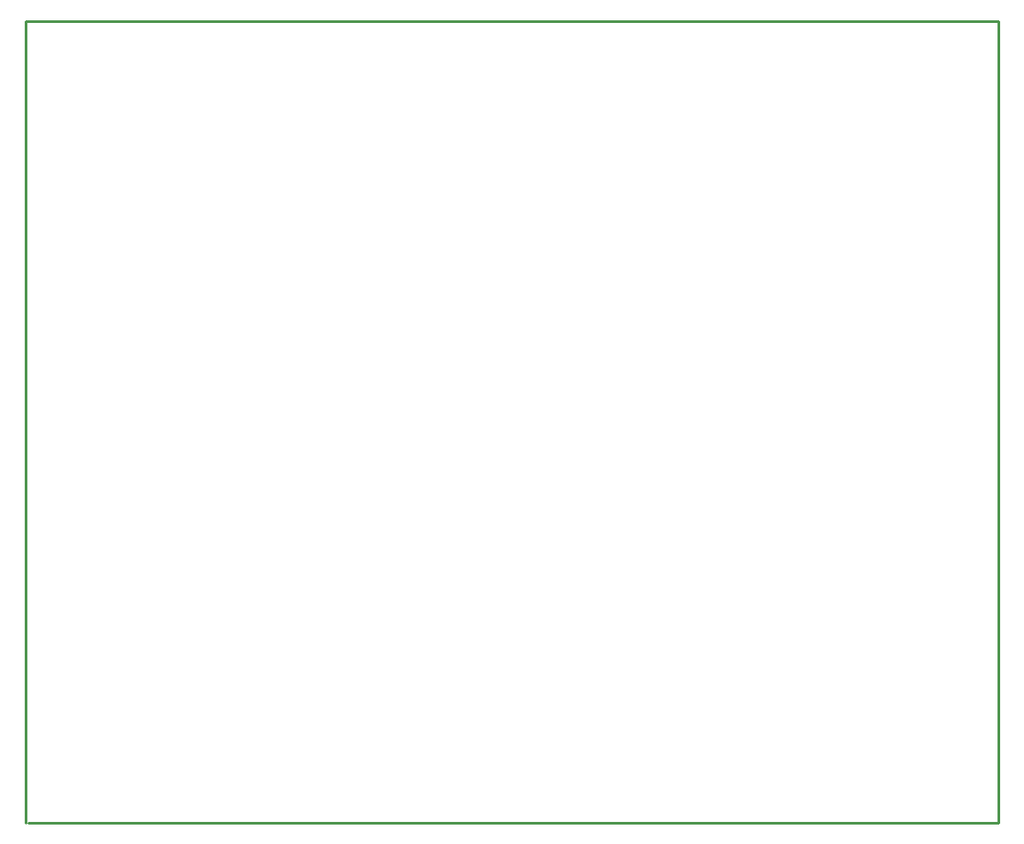
<source format=gko>
G04*
G04 #@! TF.GenerationSoftware,Altium Limited,Altium Designer,21.8.1 (53)*
G04*
G04 Layer_Color=16711935*
%FSLAX25Y25*%
%MOIN*%
G70*
G04*
G04 #@! TF.SameCoordinates,67586CA8-3494-4C59-B5DC-5B9CAF07B576*
G04*
G04*
G04 #@! TF.FilePolarity,Positive*
G04*
G01*
G75*
%ADD10C,0.01000*%
%ADD13C,0.00984*%
D10*
X367000Y302500D02*
X367000Y-0D01*
X0Y302500D02*
X367000D01*
X1000Y-0D02*
X367000Y-0D01*
D13*
X0Y0D02*
Y302500D01*
M02*

</source>
